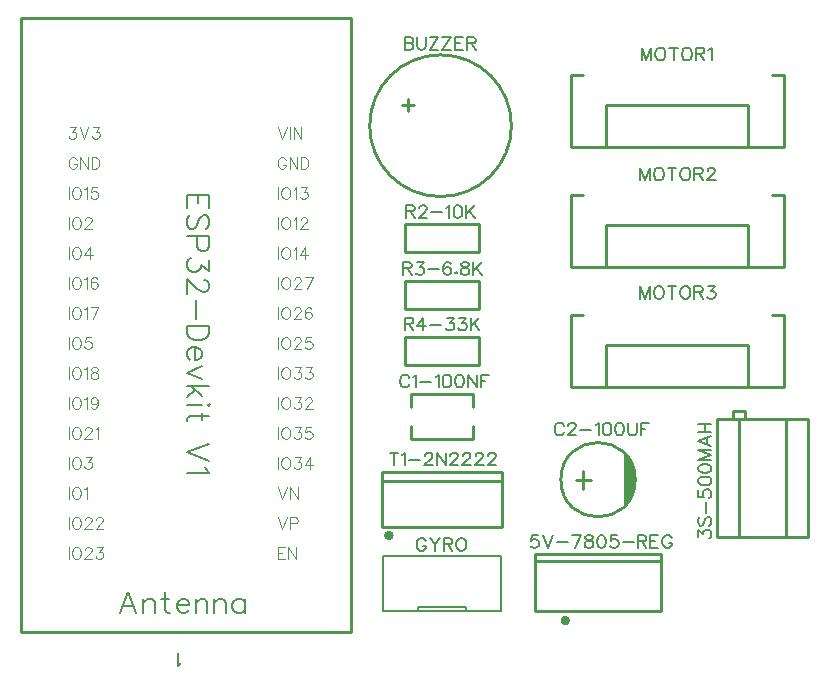
<source format=gto>
G04 Layer: TopSilkscreenLayer*
G04 EasyEDA v6.5.37, 2024-05-09 17:42:45*
G04 b4389e9f867d4d858d6c44b43acf2c5f,de6e78b871f74d9a82e93d7738eb9b3f,10*
G04 Gerber Generator version 0.2*
G04 Scale: 100 percent, Rotated: No, Reflected: No *
G04 Dimensions in millimeters *
G04 leading zeros omitted , absolute positions ,4 integer and 5 decimal *
%FSLAX45Y45*%
%MOMM*%

%ADD10C,0.1524*%
%ADD11C,0.0813*%
%ADD12C,0.1544*%
%ADD13C,0.2540*%
%ADD14C,0.1300*%
%ADD15C,0.4000*%
%ADD16C,0.0176*%

%LPD*%
D10*
X2260600Y5150612D02*
G01*
X2250186Y5145278D01*
X2234691Y5129784D01*
X2234691Y5238750D01*
D11*
X1316799Y9690087D02*
G01*
X1367599Y9690087D01*
X1339913Y9653257D01*
X1353883Y9653257D01*
X1363027Y9648685D01*
X1367599Y9643859D01*
X1372171Y9630143D01*
X1372171Y9620999D01*
X1367599Y9607029D01*
X1358455Y9597885D01*
X1344485Y9593059D01*
X1330769Y9593059D01*
X1316799Y9597885D01*
X1312227Y9602457D01*
X1307655Y9611601D01*
X1402651Y9690087D02*
G01*
X1439735Y9593059D01*
X1476565Y9690087D02*
G01*
X1439735Y9593059D01*
X1516443Y9690087D02*
G01*
X1567243Y9690087D01*
X1539557Y9653257D01*
X1553273Y9653257D01*
X1562671Y9648685D01*
X1567243Y9643859D01*
X1571815Y9630143D01*
X1571815Y9620999D01*
X1567243Y9607029D01*
X1557845Y9597885D01*
X1544129Y9593059D01*
X1530159Y9593059D01*
X1516443Y9597885D01*
X1511871Y9602457D01*
X1507045Y9611601D01*
X1376997Y9412973D02*
G01*
X1372171Y9422371D01*
X1363027Y9431515D01*
X1353883Y9436087D01*
X1335341Y9436087D01*
X1326197Y9431515D01*
X1316799Y9422371D01*
X1312227Y9412973D01*
X1307655Y9399257D01*
X1307655Y9376143D01*
X1312227Y9362173D01*
X1316799Y9353029D01*
X1326197Y9343885D01*
X1335341Y9339059D01*
X1353883Y9339059D01*
X1363027Y9343885D01*
X1372171Y9353029D01*
X1376997Y9362173D01*
X1376997Y9376143D01*
X1353883Y9376143D02*
G01*
X1376997Y9376143D01*
X1407477Y9436087D02*
G01*
X1407477Y9339059D01*
X1407477Y9436087D02*
G01*
X1471993Y9339059D01*
X1471993Y9436087D02*
G01*
X1471993Y9339059D01*
X1502473Y9436087D02*
G01*
X1502473Y9339059D01*
X1502473Y9436087D02*
G01*
X1534731Y9436087D01*
X1548701Y9431515D01*
X1557845Y9422371D01*
X1562671Y9412973D01*
X1567243Y9399257D01*
X1567243Y9376143D01*
X1562671Y9362173D01*
X1557845Y9353029D01*
X1548701Y9343885D01*
X1534731Y9339059D01*
X1502473Y9339059D01*
X1307655Y9182087D02*
G01*
X1307655Y9085059D01*
X1365821Y9182087D02*
G01*
X1356677Y9177515D01*
X1347279Y9168371D01*
X1342707Y9158973D01*
X1338135Y9145257D01*
X1338135Y9122143D01*
X1342707Y9108173D01*
X1347279Y9099029D01*
X1356677Y9089885D01*
X1365821Y9085059D01*
X1384363Y9085059D01*
X1393507Y9089885D01*
X1402651Y9099029D01*
X1407477Y9108173D01*
X1412049Y9122143D01*
X1412049Y9145257D01*
X1407477Y9158973D01*
X1402651Y9168371D01*
X1393507Y9177515D01*
X1384363Y9182087D01*
X1365821Y9182087D01*
X1442529Y9163799D02*
G01*
X1451673Y9168371D01*
X1465643Y9182087D01*
X1465643Y9085059D01*
X1551495Y9182087D02*
G01*
X1505267Y9182087D01*
X1500695Y9140685D01*
X1505267Y9145257D01*
X1519237Y9149829D01*
X1532953Y9149829D01*
X1546923Y9145257D01*
X1556067Y9135859D01*
X1560639Y9122143D01*
X1560639Y9112999D01*
X1556067Y9099029D01*
X1546923Y9089885D01*
X1532953Y9085059D01*
X1519237Y9085059D01*
X1505267Y9089885D01*
X1500695Y9094457D01*
X1496123Y9103601D01*
X1307655Y8928087D02*
G01*
X1307655Y8831059D01*
X1365821Y8928087D02*
G01*
X1356677Y8923515D01*
X1347279Y8914371D01*
X1342707Y8904973D01*
X1338135Y8891257D01*
X1338135Y8868143D01*
X1342707Y8854173D01*
X1347279Y8845029D01*
X1356677Y8835885D01*
X1365821Y8831059D01*
X1384363Y8831059D01*
X1393507Y8835885D01*
X1402651Y8845029D01*
X1407477Y8854173D01*
X1412049Y8868143D01*
X1412049Y8891257D01*
X1407477Y8904973D01*
X1402651Y8914371D01*
X1393507Y8923515D01*
X1384363Y8928087D01*
X1365821Y8928087D01*
X1447101Y8904973D02*
G01*
X1447101Y8909799D01*
X1451673Y8918943D01*
X1456245Y8923515D01*
X1465643Y8928087D01*
X1483931Y8928087D01*
X1493329Y8923515D01*
X1497901Y8918943D01*
X1502473Y8909799D01*
X1502473Y8900401D01*
X1497901Y8891257D01*
X1488757Y8877287D01*
X1442529Y8831059D01*
X1507045Y8831059D01*
X1307655Y8674087D02*
G01*
X1307655Y8577059D01*
X1365821Y8674087D02*
G01*
X1356677Y8669515D01*
X1347279Y8660371D01*
X1342707Y8650973D01*
X1338135Y8637257D01*
X1338135Y8614143D01*
X1342707Y8600173D01*
X1347279Y8591029D01*
X1356677Y8581885D01*
X1365821Y8577059D01*
X1384363Y8577059D01*
X1393507Y8581885D01*
X1402651Y8591029D01*
X1407477Y8600173D01*
X1412049Y8614143D01*
X1412049Y8637257D01*
X1407477Y8650973D01*
X1402651Y8660371D01*
X1393507Y8669515D01*
X1384363Y8674087D01*
X1365821Y8674087D01*
X1488757Y8674087D02*
G01*
X1442529Y8609571D01*
X1511871Y8609571D01*
X1488757Y8674087D02*
G01*
X1488757Y8577059D01*
X1307655Y8420087D02*
G01*
X1307655Y8323059D01*
X1365821Y8420087D02*
G01*
X1356677Y8415515D01*
X1347279Y8406371D01*
X1342707Y8396973D01*
X1338135Y8383257D01*
X1338135Y8360143D01*
X1342707Y8346173D01*
X1347279Y8337029D01*
X1356677Y8327885D01*
X1365821Y8323059D01*
X1384363Y8323059D01*
X1393507Y8327885D01*
X1402651Y8337029D01*
X1407477Y8346173D01*
X1412049Y8360143D01*
X1412049Y8383257D01*
X1407477Y8396973D01*
X1402651Y8406371D01*
X1393507Y8415515D01*
X1384363Y8420087D01*
X1365821Y8420087D01*
X1442529Y8401799D02*
G01*
X1451673Y8406371D01*
X1465643Y8420087D01*
X1465643Y8323059D01*
X1551495Y8406371D02*
G01*
X1546923Y8415515D01*
X1532953Y8420087D01*
X1523809Y8420087D01*
X1509839Y8415515D01*
X1500695Y8401799D01*
X1496123Y8378685D01*
X1496123Y8355571D01*
X1500695Y8337029D01*
X1509839Y8327885D01*
X1523809Y8323059D01*
X1528381Y8323059D01*
X1542351Y8327885D01*
X1551495Y8337029D01*
X1556067Y8350999D01*
X1556067Y8355571D01*
X1551495Y8369287D01*
X1542351Y8378685D01*
X1528381Y8383257D01*
X1523809Y8383257D01*
X1509839Y8378685D01*
X1500695Y8369287D01*
X1496123Y8355571D01*
X1307655Y8166087D02*
G01*
X1307655Y8069059D01*
X1365821Y8166087D02*
G01*
X1356677Y8161515D01*
X1347279Y8152371D01*
X1342707Y8142973D01*
X1338135Y8129257D01*
X1338135Y8106143D01*
X1342707Y8092173D01*
X1347279Y8083029D01*
X1356677Y8073885D01*
X1365821Y8069059D01*
X1384363Y8069059D01*
X1393507Y8073885D01*
X1402651Y8083029D01*
X1407477Y8092173D01*
X1412049Y8106143D01*
X1412049Y8129257D01*
X1407477Y8142973D01*
X1402651Y8152371D01*
X1393507Y8161515D01*
X1384363Y8166087D01*
X1365821Y8166087D01*
X1442529Y8147799D02*
G01*
X1451673Y8152371D01*
X1465643Y8166087D01*
X1465643Y8069059D01*
X1560639Y8166087D02*
G01*
X1514411Y8069059D01*
X1496123Y8166087D02*
G01*
X1560639Y8166087D01*
X1307655Y7912087D02*
G01*
X1307655Y7815059D01*
X1365821Y7912087D02*
G01*
X1356677Y7907515D01*
X1347279Y7898371D01*
X1342707Y7888973D01*
X1338135Y7875257D01*
X1338135Y7852143D01*
X1342707Y7838173D01*
X1347279Y7829029D01*
X1356677Y7819885D01*
X1365821Y7815059D01*
X1384363Y7815059D01*
X1393507Y7819885D01*
X1402651Y7829029D01*
X1407477Y7838173D01*
X1412049Y7852143D01*
X1412049Y7875257D01*
X1407477Y7888973D01*
X1402651Y7898371D01*
X1393507Y7907515D01*
X1384363Y7912087D01*
X1365821Y7912087D01*
X1497901Y7912087D02*
G01*
X1451673Y7912087D01*
X1447101Y7870685D01*
X1451673Y7875257D01*
X1465643Y7879829D01*
X1479359Y7879829D01*
X1493329Y7875257D01*
X1502473Y7865859D01*
X1507045Y7852143D01*
X1507045Y7842999D01*
X1502473Y7829029D01*
X1493329Y7819885D01*
X1479359Y7815059D01*
X1465643Y7815059D01*
X1451673Y7819885D01*
X1447101Y7824457D01*
X1442529Y7833601D01*
X1307655Y7658087D02*
G01*
X1307655Y7561059D01*
X1365821Y7658087D02*
G01*
X1356677Y7653515D01*
X1347279Y7644371D01*
X1342707Y7634973D01*
X1338135Y7621257D01*
X1338135Y7598143D01*
X1342707Y7584173D01*
X1347279Y7575029D01*
X1356677Y7565885D01*
X1365821Y7561059D01*
X1384363Y7561059D01*
X1393507Y7565885D01*
X1402651Y7575029D01*
X1407477Y7584173D01*
X1412049Y7598143D01*
X1412049Y7621257D01*
X1407477Y7634973D01*
X1402651Y7644371D01*
X1393507Y7653515D01*
X1384363Y7658087D01*
X1365821Y7658087D01*
X1442529Y7639799D02*
G01*
X1451673Y7644371D01*
X1465643Y7658087D01*
X1465643Y7561059D01*
X1519237Y7658087D02*
G01*
X1505267Y7653515D01*
X1500695Y7644371D01*
X1500695Y7634973D01*
X1505267Y7625829D01*
X1514411Y7621257D01*
X1532953Y7616685D01*
X1546923Y7611859D01*
X1556067Y7602715D01*
X1560639Y7593571D01*
X1560639Y7579601D01*
X1556067Y7570457D01*
X1551495Y7565885D01*
X1537525Y7561059D01*
X1519237Y7561059D01*
X1505267Y7565885D01*
X1500695Y7570457D01*
X1496123Y7579601D01*
X1496123Y7593571D01*
X1500695Y7602715D01*
X1509839Y7611859D01*
X1523809Y7616685D01*
X1542351Y7621257D01*
X1551495Y7625829D01*
X1556067Y7634973D01*
X1556067Y7644371D01*
X1551495Y7653515D01*
X1537525Y7658087D01*
X1519237Y7658087D01*
X1307655Y7404087D02*
G01*
X1307655Y7307059D01*
X1365821Y7404087D02*
G01*
X1356677Y7399515D01*
X1347279Y7390371D01*
X1342707Y7380973D01*
X1338135Y7367257D01*
X1338135Y7344143D01*
X1342707Y7330173D01*
X1347279Y7321029D01*
X1356677Y7311885D01*
X1365821Y7307059D01*
X1384363Y7307059D01*
X1393507Y7311885D01*
X1402651Y7321029D01*
X1407477Y7330173D01*
X1412049Y7344143D01*
X1412049Y7367257D01*
X1407477Y7380973D01*
X1402651Y7390371D01*
X1393507Y7399515D01*
X1384363Y7404087D01*
X1365821Y7404087D01*
X1442529Y7385799D02*
G01*
X1451673Y7390371D01*
X1465643Y7404087D01*
X1465643Y7307059D01*
X1556067Y7371829D02*
G01*
X1551495Y7357859D01*
X1542351Y7348715D01*
X1528381Y7344143D01*
X1523809Y7344143D01*
X1509839Y7348715D01*
X1500695Y7357859D01*
X1496123Y7371829D01*
X1496123Y7376401D01*
X1500695Y7390371D01*
X1509839Y7399515D01*
X1523809Y7404087D01*
X1528381Y7404087D01*
X1542351Y7399515D01*
X1551495Y7390371D01*
X1556067Y7371829D01*
X1556067Y7348715D01*
X1551495Y7325601D01*
X1542351Y7311885D01*
X1528381Y7307059D01*
X1519237Y7307059D01*
X1505267Y7311885D01*
X1500695Y7321029D01*
X1307655Y7150087D02*
G01*
X1307655Y7053059D01*
X1365821Y7150087D02*
G01*
X1356677Y7145515D01*
X1347279Y7136371D01*
X1342707Y7126973D01*
X1338135Y7113257D01*
X1338135Y7090143D01*
X1342707Y7076173D01*
X1347279Y7067029D01*
X1356677Y7057885D01*
X1365821Y7053059D01*
X1384363Y7053059D01*
X1393507Y7057885D01*
X1402651Y7067029D01*
X1407477Y7076173D01*
X1412049Y7090143D01*
X1412049Y7113257D01*
X1407477Y7126973D01*
X1402651Y7136371D01*
X1393507Y7145515D01*
X1384363Y7150087D01*
X1365821Y7150087D01*
X1447101Y7126973D02*
G01*
X1447101Y7131799D01*
X1451673Y7140943D01*
X1456245Y7145515D01*
X1465643Y7150087D01*
X1483931Y7150087D01*
X1493329Y7145515D01*
X1497901Y7140943D01*
X1502473Y7131799D01*
X1502473Y7122401D01*
X1497901Y7113257D01*
X1488757Y7099287D01*
X1442529Y7053059D01*
X1507045Y7053059D01*
X1537525Y7131799D02*
G01*
X1546923Y7136371D01*
X1560639Y7150087D01*
X1560639Y7053059D01*
X1307655Y6896087D02*
G01*
X1307655Y6799059D01*
X1365821Y6896087D02*
G01*
X1356677Y6891515D01*
X1347279Y6882371D01*
X1342707Y6872973D01*
X1338135Y6859257D01*
X1338135Y6836143D01*
X1342707Y6822173D01*
X1347279Y6813029D01*
X1356677Y6803885D01*
X1365821Y6799059D01*
X1384363Y6799059D01*
X1393507Y6803885D01*
X1402651Y6813029D01*
X1407477Y6822173D01*
X1412049Y6836143D01*
X1412049Y6859257D01*
X1407477Y6872973D01*
X1402651Y6882371D01*
X1393507Y6891515D01*
X1384363Y6896087D01*
X1365821Y6896087D01*
X1451673Y6896087D02*
G01*
X1502473Y6896087D01*
X1474787Y6859257D01*
X1488757Y6859257D01*
X1497901Y6854685D01*
X1502473Y6849859D01*
X1507045Y6836143D01*
X1507045Y6826999D01*
X1502473Y6813029D01*
X1493329Y6803885D01*
X1479359Y6799059D01*
X1465643Y6799059D01*
X1451673Y6803885D01*
X1447101Y6808457D01*
X1442529Y6817601D01*
X1307655Y6642087D02*
G01*
X1307655Y6545059D01*
X1365821Y6642087D02*
G01*
X1356677Y6637515D01*
X1347279Y6628371D01*
X1342707Y6618973D01*
X1338135Y6605257D01*
X1338135Y6582143D01*
X1342707Y6568173D01*
X1347279Y6559029D01*
X1356677Y6549885D01*
X1365821Y6545059D01*
X1384363Y6545059D01*
X1393507Y6549885D01*
X1402651Y6559029D01*
X1407477Y6568173D01*
X1412049Y6582143D01*
X1412049Y6605257D01*
X1407477Y6618973D01*
X1402651Y6628371D01*
X1393507Y6637515D01*
X1384363Y6642087D01*
X1365821Y6642087D01*
X1442529Y6623799D02*
G01*
X1451673Y6628371D01*
X1465643Y6642087D01*
X1465643Y6545059D01*
X1307655Y6388087D02*
G01*
X1307655Y6291059D01*
X1365821Y6388087D02*
G01*
X1356677Y6383515D01*
X1347279Y6374371D01*
X1342707Y6364973D01*
X1338135Y6351257D01*
X1338135Y6328143D01*
X1342707Y6314173D01*
X1347279Y6305029D01*
X1356677Y6295885D01*
X1365821Y6291059D01*
X1384363Y6291059D01*
X1393507Y6295885D01*
X1402651Y6305029D01*
X1407477Y6314173D01*
X1412049Y6328143D01*
X1412049Y6351257D01*
X1407477Y6364973D01*
X1402651Y6374371D01*
X1393507Y6383515D01*
X1384363Y6388087D01*
X1365821Y6388087D01*
X1447101Y6364973D02*
G01*
X1447101Y6369799D01*
X1451673Y6378943D01*
X1456245Y6383515D01*
X1465643Y6388087D01*
X1483931Y6388087D01*
X1493329Y6383515D01*
X1497901Y6378943D01*
X1502473Y6369799D01*
X1502473Y6360401D01*
X1497901Y6351257D01*
X1488757Y6337287D01*
X1442529Y6291059D01*
X1507045Y6291059D01*
X1542351Y6364973D02*
G01*
X1542351Y6369799D01*
X1546923Y6378943D01*
X1551495Y6383515D01*
X1560639Y6388087D01*
X1579181Y6388087D01*
X1588325Y6383515D01*
X1593151Y6378943D01*
X1597723Y6369799D01*
X1597723Y6360401D01*
X1593151Y6351257D01*
X1583753Y6337287D01*
X1537525Y6291059D01*
X1602295Y6291059D01*
X1307655Y6134087D02*
G01*
X1307655Y6037059D01*
X1365821Y6134087D02*
G01*
X1356677Y6129515D01*
X1347279Y6120371D01*
X1342707Y6110973D01*
X1338135Y6097257D01*
X1338135Y6074143D01*
X1342707Y6060173D01*
X1347279Y6051029D01*
X1356677Y6041885D01*
X1365821Y6037059D01*
X1384363Y6037059D01*
X1393507Y6041885D01*
X1402651Y6051029D01*
X1407477Y6060173D01*
X1412049Y6074143D01*
X1412049Y6097257D01*
X1407477Y6110973D01*
X1402651Y6120371D01*
X1393507Y6129515D01*
X1384363Y6134087D01*
X1365821Y6134087D01*
X1447101Y6110973D02*
G01*
X1447101Y6115799D01*
X1451673Y6124943D01*
X1456245Y6129515D01*
X1465643Y6134087D01*
X1483931Y6134087D01*
X1493329Y6129515D01*
X1497901Y6124943D01*
X1502473Y6115799D01*
X1502473Y6106401D01*
X1497901Y6097257D01*
X1488757Y6083287D01*
X1442529Y6037059D01*
X1507045Y6037059D01*
X1546923Y6134087D02*
G01*
X1597723Y6134087D01*
X1570037Y6097257D01*
X1583753Y6097257D01*
X1593151Y6092685D01*
X1597723Y6087859D01*
X1602295Y6074143D01*
X1602295Y6064999D01*
X1597723Y6051029D01*
X1588325Y6041885D01*
X1574609Y6037059D01*
X1560639Y6037059D01*
X1546923Y6041885D01*
X1542351Y6046457D01*
X1537525Y6055601D01*
X3079661Y9688258D02*
G01*
X3116491Y9591230D01*
X3153575Y9688258D02*
G01*
X3116491Y9591230D01*
X3184055Y9688258D02*
G01*
X3184055Y9591230D01*
X3214535Y9688258D02*
G01*
X3214535Y9591230D01*
X3214535Y9688258D02*
G01*
X3279051Y9591230D01*
X3279051Y9688258D02*
G01*
X3279051Y9591230D01*
X3149003Y9411144D02*
G01*
X3144177Y9420288D01*
X3135033Y9429432D01*
X3125889Y9434258D01*
X3107347Y9434258D01*
X3098203Y9429432D01*
X3088805Y9420288D01*
X3084233Y9411144D01*
X3079661Y9397174D01*
X3079661Y9374060D01*
X3084233Y9360344D01*
X3088805Y9350946D01*
X3098203Y9341802D01*
X3107347Y9337230D01*
X3125889Y9337230D01*
X3135033Y9341802D01*
X3144177Y9350946D01*
X3149003Y9360344D01*
X3149003Y9374060D01*
X3125889Y9374060D02*
G01*
X3149003Y9374060D01*
X3179483Y9434258D02*
G01*
X3179483Y9337230D01*
X3179483Y9434258D02*
G01*
X3243999Y9337230D01*
X3243999Y9434258D02*
G01*
X3243999Y9337230D01*
X3274479Y9434258D02*
G01*
X3274479Y9337230D01*
X3274479Y9434258D02*
G01*
X3306737Y9434258D01*
X3320707Y9429432D01*
X3329851Y9420288D01*
X3334423Y9411144D01*
X3339249Y9397174D01*
X3339249Y9374060D01*
X3334423Y9360344D01*
X3329851Y9350946D01*
X3320707Y9341802D01*
X3306737Y9337230D01*
X3274479Y9337230D01*
X3079661Y9180258D02*
G01*
X3079661Y9083230D01*
X3137827Y9180258D02*
G01*
X3128683Y9175432D01*
X3119285Y9166288D01*
X3114713Y9157144D01*
X3110141Y9143174D01*
X3110141Y9120060D01*
X3114713Y9106344D01*
X3119285Y9096946D01*
X3128683Y9087802D01*
X3137827Y9083230D01*
X3156369Y9083230D01*
X3165513Y9087802D01*
X3174657Y9096946D01*
X3179483Y9106344D01*
X3184055Y9120060D01*
X3184055Y9143174D01*
X3179483Y9157144D01*
X3174657Y9166288D01*
X3165513Y9175432D01*
X3156369Y9180258D01*
X3137827Y9180258D01*
X3214535Y9161716D02*
G01*
X3223679Y9166288D01*
X3237649Y9180258D01*
X3237649Y9083230D01*
X3277273Y9180258D02*
G01*
X3328073Y9180258D01*
X3300387Y9143174D01*
X3314103Y9143174D01*
X3323501Y9138602D01*
X3328073Y9134030D01*
X3332645Y9120060D01*
X3332645Y9110916D01*
X3328073Y9096946D01*
X3318929Y9087802D01*
X3304959Y9083230D01*
X3291243Y9083230D01*
X3277273Y9087802D01*
X3272701Y9092374D01*
X3268129Y9101518D01*
X3079661Y8926258D02*
G01*
X3079661Y8829230D01*
X3137827Y8926258D02*
G01*
X3128683Y8921432D01*
X3119285Y8912288D01*
X3114713Y8903144D01*
X3110141Y8889174D01*
X3110141Y8866060D01*
X3114713Y8852344D01*
X3119285Y8842946D01*
X3128683Y8833802D01*
X3137827Y8829230D01*
X3156369Y8829230D01*
X3165513Y8833802D01*
X3174657Y8842946D01*
X3179483Y8852344D01*
X3184055Y8866060D01*
X3184055Y8889174D01*
X3179483Y8903144D01*
X3174657Y8912288D01*
X3165513Y8921432D01*
X3156369Y8926258D01*
X3137827Y8926258D01*
X3214535Y8907716D02*
G01*
X3223679Y8912288D01*
X3237649Y8926258D01*
X3237649Y8829230D01*
X3272701Y8903144D02*
G01*
X3272701Y8907716D01*
X3277273Y8916860D01*
X3281845Y8921432D01*
X3291243Y8926258D01*
X3309531Y8926258D01*
X3318929Y8921432D01*
X3323501Y8916860D01*
X3328073Y8907716D01*
X3328073Y8898318D01*
X3323501Y8889174D01*
X3314103Y8875458D01*
X3268129Y8829230D01*
X3332645Y8829230D01*
X3079661Y8672258D02*
G01*
X3079661Y8575230D01*
X3137827Y8672258D02*
G01*
X3128683Y8667432D01*
X3119285Y8658288D01*
X3114713Y8649144D01*
X3110141Y8635174D01*
X3110141Y8612060D01*
X3114713Y8598344D01*
X3119285Y8588946D01*
X3128683Y8579802D01*
X3137827Y8575230D01*
X3156369Y8575230D01*
X3165513Y8579802D01*
X3174657Y8588946D01*
X3179483Y8598344D01*
X3184055Y8612060D01*
X3184055Y8635174D01*
X3179483Y8649144D01*
X3174657Y8658288D01*
X3165513Y8667432D01*
X3156369Y8672258D01*
X3137827Y8672258D01*
X3214535Y8653716D02*
G01*
X3223679Y8658288D01*
X3237649Y8672258D01*
X3237649Y8575230D01*
X3314103Y8672258D02*
G01*
X3268129Y8607488D01*
X3337217Y8607488D01*
X3314103Y8672258D02*
G01*
X3314103Y8575230D01*
X3079661Y8418258D02*
G01*
X3079661Y8321230D01*
X3137827Y8418258D02*
G01*
X3128683Y8413432D01*
X3119285Y8404288D01*
X3114713Y8395144D01*
X3110141Y8381174D01*
X3110141Y8358060D01*
X3114713Y8344344D01*
X3119285Y8334946D01*
X3128683Y8325802D01*
X3137827Y8321230D01*
X3156369Y8321230D01*
X3165513Y8325802D01*
X3174657Y8334946D01*
X3179483Y8344344D01*
X3184055Y8358060D01*
X3184055Y8381174D01*
X3179483Y8395144D01*
X3174657Y8404288D01*
X3165513Y8413432D01*
X3156369Y8418258D01*
X3137827Y8418258D01*
X3219107Y8395144D02*
G01*
X3219107Y8399716D01*
X3223679Y8408860D01*
X3228251Y8413432D01*
X3237649Y8418258D01*
X3255937Y8418258D01*
X3265335Y8413432D01*
X3269907Y8408860D01*
X3274479Y8399716D01*
X3274479Y8390318D01*
X3269907Y8381174D01*
X3260763Y8367458D01*
X3214535Y8321230D01*
X3279051Y8321230D01*
X3374301Y8418258D02*
G01*
X3328073Y8321230D01*
X3309531Y8418258D02*
G01*
X3374301Y8418258D01*
X3079661Y8164258D02*
G01*
X3079661Y8067230D01*
X3137827Y8164258D02*
G01*
X3128683Y8159432D01*
X3119285Y8150288D01*
X3114713Y8141144D01*
X3110141Y8127174D01*
X3110141Y8104060D01*
X3114713Y8090344D01*
X3119285Y8080946D01*
X3128683Y8071802D01*
X3137827Y8067230D01*
X3156369Y8067230D01*
X3165513Y8071802D01*
X3174657Y8080946D01*
X3179483Y8090344D01*
X3184055Y8104060D01*
X3184055Y8127174D01*
X3179483Y8141144D01*
X3174657Y8150288D01*
X3165513Y8159432D01*
X3156369Y8164258D01*
X3137827Y8164258D01*
X3219107Y8141144D02*
G01*
X3219107Y8145716D01*
X3223679Y8154860D01*
X3228251Y8159432D01*
X3237649Y8164258D01*
X3255937Y8164258D01*
X3265335Y8159432D01*
X3269907Y8154860D01*
X3274479Y8145716D01*
X3274479Y8136318D01*
X3269907Y8127174D01*
X3260763Y8113458D01*
X3214535Y8067230D01*
X3279051Y8067230D01*
X3364903Y8150288D02*
G01*
X3360331Y8159432D01*
X3346615Y8164258D01*
X3337217Y8164258D01*
X3323501Y8159432D01*
X3314103Y8145716D01*
X3309531Y8122602D01*
X3309531Y8099488D01*
X3314103Y8080946D01*
X3323501Y8071802D01*
X3337217Y8067230D01*
X3342043Y8067230D01*
X3355759Y8071802D01*
X3364903Y8080946D01*
X3369729Y8094916D01*
X3369729Y8099488D01*
X3364903Y8113458D01*
X3355759Y8122602D01*
X3342043Y8127174D01*
X3337217Y8127174D01*
X3323501Y8122602D01*
X3314103Y8113458D01*
X3309531Y8099488D01*
X3079661Y7910258D02*
G01*
X3079661Y7813230D01*
X3137827Y7910258D02*
G01*
X3128683Y7905432D01*
X3119285Y7896288D01*
X3114713Y7887144D01*
X3110141Y7873174D01*
X3110141Y7850060D01*
X3114713Y7836344D01*
X3119285Y7826946D01*
X3128683Y7817802D01*
X3137827Y7813230D01*
X3156369Y7813230D01*
X3165513Y7817802D01*
X3174657Y7826946D01*
X3179483Y7836344D01*
X3184055Y7850060D01*
X3184055Y7873174D01*
X3179483Y7887144D01*
X3174657Y7896288D01*
X3165513Y7905432D01*
X3156369Y7910258D01*
X3137827Y7910258D01*
X3219107Y7887144D02*
G01*
X3219107Y7891716D01*
X3223679Y7900860D01*
X3228251Y7905432D01*
X3237649Y7910258D01*
X3255937Y7910258D01*
X3265335Y7905432D01*
X3269907Y7900860D01*
X3274479Y7891716D01*
X3274479Y7882318D01*
X3269907Y7873174D01*
X3260763Y7859458D01*
X3214535Y7813230D01*
X3279051Y7813230D01*
X3364903Y7910258D02*
G01*
X3318929Y7910258D01*
X3314103Y7868602D01*
X3318929Y7873174D01*
X3332645Y7877746D01*
X3346615Y7877746D01*
X3360331Y7873174D01*
X3369729Y7864030D01*
X3374301Y7850060D01*
X3374301Y7840916D01*
X3369729Y7826946D01*
X3360331Y7817802D01*
X3346615Y7813230D01*
X3332645Y7813230D01*
X3318929Y7817802D01*
X3314103Y7822374D01*
X3309531Y7831518D01*
X3079661Y7656258D02*
G01*
X3079661Y7559230D01*
X3137827Y7656258D02*
G01*
X3128683Y7651432D01*
X3119285Y7642288D01*
X3114713Y7633144D01*
X3110141Y7619174D01*
X3110141Y7596060D01*
X3114713Y7582344D01*
X3119285Y7572946D01*
X3128683Y7563802D01*
X3137827Y7559230D01*
X3156369Y7559230D01*
X3165513Y7563802D01*
X3174657Y7572946D01*
X3179483Y7582344D01*
X3184055Y7596060D01*
X3184055Y7619174D01*
X3179483Y7633144D01*
X3174657Y7642288D01*
X3165513Y7651432D01*
X3156369Y7656258D01*
X3137827Y7656258D01*
X3223679Y7656258D02*
G01*
X3274479Y7656258D01*
X3246793Y7619174D01*
X3260763Y7619174D01*
X3269907Y7614602D01*
X3274479Y7610030D01*
X3279051Y7596060D01*
X3279051Y7586916D01*
X3274479Y7572946D01*
X3265335Y7563802D01*
X3251365Y7559230D01*
X3237649Y7559230D01*
X3223679Y7563802D01*
X3219107Y7568374D01*
X3214535Y7577518D01*
X3318929Y7656258D02*
G01*
X3369729Y7656258D01*
X3342043Y7619174D01*
X3355759Y7619174D01*
X3364903Y7614602D01*
X3369729Y7610030D01*
X3374301Y7596060D01*
X3374301Y7586916D01*
X3369729Y7572946D01*
X3360331Y7563802D01*
X3346615Y7559230D01*
X3332645Y7559230D01*
X3318929Y7563802D01*
X3314103Y7568374D01*
X3309531Y7577518D01*
X3079661Y7402258D02*
G01*
X3079661Y7305230D01*
X3137827Y7402258D02*
G01*
X3128683Y7397432D01*
X3119285Y7388288D01*
X3114713Y7379144D01*
X3110141Y7365174D01*
X3110141Y7342060D01*
X3114713Y7328344D01*
X3119285Y7318946D01*
X3128683Y7309802D01*
X3137827Y7305230D01*
X3156369Y7305230D01*
X3165513Y7309802D01*
X3174657Y7318946D01*
X3179483Y7328344D01*
X3184055Y7342060D01*
X3184055Y7365174D01*
X3179483Y7379144D01*
X3174657Y7388288D01*
X3165513Y7397432D01*
X3156369Y7402258D01*
X3137827Y7402258D01*
X3223679Y7402258D02*
G01*
X3274479Y7402258D01*
X3246793Y7365174D01*
X3260763Y7365174D01*
X3269907Y7360602D01*
X3274479Y7356030D01*
X3279051Y7342060D01*
X3279051Y7332916D01*
X3274479Y7318946D01*
X3265335Y7309802D01*
X3251365Y7305230D01*
X3237649Y7305230D01*
X3223679Y7309802D01*
X3219107Y7314374D01*
X3214535Y7323518D01*
X3314103Y7379144D02*
G01*
X3314103Y7383716D01*
X3318929Y7392860D01*
X3323501Y7397432D01*
X3332645Y7402258D01*
X3351187Y7402258D01*
X3360331Y7397432D01*
X3364903Y7392860D01*
X3369729Y7383716D01*
X3369729Y7374318D01*
X3364903Y7365174D01*
X3355759Y7351458D01*
X3309531Y7305230D01*
X3374301Y7305230D01*
X3079661Y7148258D02*
G01*
X3079661Y7051230D01*
X3137827Y7148258D02*
G01*
X3128683Y7143432D01*
X3119285Y7134288D01*
X3114713Y7125144D01*
X3110141Y7111174D01*
X3110141Y7088060D01*
X3114713Y7074344D01*
X3119285Y7064946D01*
X3128683Y7055802D01*
X3137827Y7051230D01*
X3156369Y7051230D01*
X3165513Y7055802D01*
X3174657Y7064946D01*
X3179483Y7074344D01*
X3184055Y7088060D01*
X3184055Y7111174D01*
X3179483Y7125144D01*
X3174657Y7134288D01*
X3165513Y7143432D01*
X3156369Y7148258D01*
X3137827Y7148258D01*
X3223679Y7148258D02*
G01*
X3274479Y7148258D01*
X3246793Y7111174D01*
X3260763Y7111174D01*
X3269907Y7106602D01*
X3274479Y7102030D01*
X3279051Y7088060D01*
X3279051Y7078916D01*
X3274479Y7064946D01*
X3265335Y7055802D01*
X3251365Y7051230D01*
X3237649Y7051230D01*
X3223679Y7055802D01*
X3219107Y7060374D01*
X3214535Y7069518D01*
X3364903Y7148258D02*
G01*
X3318929Y7148258D01*
X3314103Y7106602D01*
X3318929Y7111174D01*
X3332645Y7115746D01*
X3346615Y7115746D01*
X3360331Y7111174D01*
X3369729Y7102030D01*
X3374301Y7088060D01*
X3374301Y7078916D01*
X3369729Y7064946D01*
X3360331Y7055802D01*
X3346615Y7051230D01*
X3332645Y7051230D01*
X3318929Y7055802D01*
X3314103Y7060374D01*
X3309531Y7069518D01*
X3079661Y6894258D02*
G01*
X3079661Y6797230D01*
X3137827Y6894258D02*
G01*
X3128683Y6889432D01*
X3119285Y6880288D01*
X3114713Y6871144D01*
X3110141Y6857174D01*
X3110141Y6834060D01*
X3114713Y6820344D01*
X3119285Y6810946D01*
X3128683Y6801802D01*
X3137827Y6797230D01*
X3156369Y6797230D01*
X3165513Y6801802D01*
X3174657Y6810946D01*
X3179483Y6820344D01*
X3184055Y6834060D01*
X3184055Y6857174D01*
X3179483Y6871144D01*
X3174657Y6880288D01*
X3165513Y6889432D01*
X3156369Y6894258D01*
X3137827Y6894258D01*
X3223679Y6894258D02*
G01*
X3274479Y6894258D01*
X3246793Y6857174D01*
X3260763Y6857174D01*
X3269907Y6852602D01*
X3274479Y6848030D01*
X3279051Y6834060D01*
X3279051Y6824916D01*
X3274479Y6810946D01*
X3265335Y6801802D01*
X3251365Y6797230D01*
X3237649Y6797230D01*
X3223679Y6801802D01*
X3219107Y6806374D01*
X3214535Y6815518D01*
X3355759Y6894258D02*
G01*
X3309531Y6829488D01*
X3378873Y6829488D01*
X3355759Y6894258D02*
G01*
X3355759Y6797230D01*
X3079661Y6640258D02*
G01*
X3116491Y6543230D01*
X3153575Y6640258D02*
G01*
X3116491Y6543230D01*
X3184055Y6640258D02*
G01*
X3184055Y6543230D01*
X3184055Y6640258D02*
G01*
X3248571Y6543230D01*
X3248571Y6640258D02*
G01*
X3248571Y6543230D01*
X3079661Y6386258D02*
G01*
X3116491Y6289230D01*
X3153575Y6386258D02*
G01*
X3116491Y6289230D01*
X3184055Y6386258D02*
G01*
X3184055Y6289230D01*
X3184055Y6386258D02*
G01*
X3225457Y6386258D01*
X3239427Y6381432D01*
X3243999Y6376860D01*
X3248571Y6367716D01*
X3248571Y6353746D01*
X3243999Y6344602D01*
X3239427Y6340030D01*
X3225457Y6335458D01*
X3184055Y6335458D01*
X3079661Y6132258D02*
G01*
X3079661Y6035230D01*
X3079661Y6132258D02*
G01*
X3139605Y6132258D01*
X3079661Y6086030D02*
G01*
X3116491Y6086030D01*
X3079661Y6035230D02*
G01*
X3139605Y6035230D01*
X3170085Y6132258D02*
G01*
X3170085Y6035230D01*
X3170085Y6132258D02*
G01*
X3234855Y6035230D01*
X3234855Y6132258D02*
G01*
X3234855Y6035230D01*
D12*
X2495435Y9119247D02*
G01*
X2311031Y9119247D01*
X2495435Y9119247D02*
G01*
X2495435Y9005201D01*
X2407551Y9119247D02*
G01*
X2407551Y9049143D01*
X2311031Y9119247D02*
G01*
X2311031Y9005201D01*
X2469019Y8824353D02*
G01*
X2486545Y8841879D01*
X2495435Y8868295D01*
X2495435Y8903347D01*
X2486545Y8929763D01*
X2469019Y8947289D01*
X2451493Y8947289D01*
X2433967Y8938399D01*
X2425331Y8929763D01*
X2416441Y8912237D01*
X2398915Y8859405D01*
X2390025Y8841879D01*
X2381389Y8833243D01*
X2363863Y8824353D01*
X2337447Y8824353D01*
X2319921Y8841879D01*
X2311031Y8868295D01*
X2311031Y8903347D01*
X2319921Y8929763D01*
X2337447Y8947289D01*
X2495435Y8766441D02*
G01*
X2311031Y8766441D01*
X2495435Y8766441D02*
G01*
X2495435Y8687447D01*
X2486545Y8661285D01*
X2477909Y8652395D01*
X2460383Y8643759D01*
X2433967Y8643759D01*
X2416441Y8652395D01*
X2407551Y8661285D01*
X2398915Y8687447D01*
X2398915Y8766441D01*
X2495435Y8568067D02*
G01*
X2495435Y8471547D01*
X2425331Y8524379D01*
X2425331Y8497963D01*
X2416441Y8480437D01*
X2407551Y8471547D01*
X2381389Y8462911D01*
X2363863Y8462911D01*
X2337447Y8471547D01*
X2319921Y8489327D01*
X2311031Y8515489D01*
X2311031Y8541905D01*
X2319921Y8568067D01*
X2328811Y8576957D01*
X2346337Y8585847D01*
X2451493Y8396109D02*
G01*
X2460383Y8396109D01*
X2477909Y8387473D01*
X2486545Y8378583D01*
X2495435Y8361057D01*
X2495435Y8326005D01*
X2486545Y8308479D01*
X2477909Y8299589D01*
X2460383Y8290953D01*
X2442857Y8290953D01*
X2425331Y8299589D01*
X2398915Y8317115D01*
X2311031Y8404999D01*
X2311031Y8282063D01*
X2390025Y8224151D02*
G01*
X2390025Y8066163D01*
X2495435Y8008251D02*
G01*
X2311031Y8008251D01*
X2495435Y8008251D02*
G01*
X2495435Y7947037D01*
X2486545Y7920621D01*
X2469019Y7903095D01*
X2451493Y7894205D01*
X2425331Y7885569D01*
X2381389Y7885569D01*
X2354973Y7894205D01*
X2337447Y7903095D01*
X2319921Y7920621D01*
X2311031Y7947037D01*
X2311031Y8008251D01*
X2381389Y7827657D02*
G01*
X2381389Y7722247D01*
X2398915Y7722247D01*
X2416441Y7731137D01*
X2425331Y7739773D01*
X2433967Y7757299D01*
X2433967Y7783715D01*
X2425331Y7801241D01*
X2407551Y7818767D01*
X2381389Y7827657D01*
X2363863Y7827657D01*
X2337447Y7818767D01*
X2319921Y7801241D01*
X2311031Y7783715D01*
X2311031Y7757299D01*
X2319921Y7739773D01*
X2337447Y7722247D01*
X2433967Y7664335D02*
G01*
X2311031Y7611757D01*
X2433967Y7559179D02*
G01*
X2311031Y7611757D01*
X2495435Y7501267D02*
G01*
X2311031Y7501267D01*
X2433967Y7413383D02*
G01*
X2346337Y7501267D01*
X2381389Y7466215D02*
G01*
X2311031Y7404747D01*
X2495435Y7346835D02*
G01*
X2486545Y7337945D01*
X2495435Y7329309D01*
X2504071Y7337945D01*
X2495435Y7346835D01*
X2433967Y7337945D02*
G01*
X2311031Y7337945D01*
X2495435Y7244981D02*
G01*
X2346337Y7244981D01*
X2319921Y7236091D01*
X2311031Y7218565D01*
X2311031Y7201039D01*
X2433967Y7271397D02*
G01*
X2433967Y7209929D01*
X2495435Y7007999D02*
G01*
X2311031Y6937895D01*
X2495435Y6867791D02*
G01*
X2311031Y6937895D01*
X2460383Y6809879D02*
G01*
X2469019Y6792099D01*
X2495435Y6765937D01*
X2311031Y6765937D01*
X1811921Y5758040D02*
G01*
X1741817Y5573636D01*
X1811921Y5758040D02*
G01*
X1882279Y5573636D01*
X1768233Y5635104D02*
G01*
X1855863Y5635104D01*
X1940191Y5696572D02*
G01*
X1940191Y5573636D01*
X1940191Y5661520D02*
G01*
X1966353Y5687936D01*
X1983879Y5696572D01*
X2010295Y5696572D01*
X2027821Y5687936D01*
X2036711Y5661520D01*
X2036711Y5573636D01*
X2120785Y5758040D02*
G01*
X2120785Y5608942D01*
X2129675Y5582526D01*
X2147201Y5573636D01*
X2164727Y5573636D01*
X2094623Y5696572D02*
G01*
X2156091Y5696572D01*
X2222639Y5643994D02*
G01*
X2328049Y5643994D01*
X2328049Y5661520D01*
X2319159Y5679046D01*
X2310523Y5687936D01*
X2292743Y5696572D01*
X2266581Y5696572D01*
X2249055Y5687936D01*
X2231529Y5670156D01*
X2222639Y5643994D01*
X2222639Y5626468D01*
X2231529Y5600052D01*
X2249055Y5582526D01*
X2266581Y5573636D01*
X2292743Y5573636D01*
X2310523Y5582526D01*
X2328049Y5600052D01*
X2385961Y5696572D02*
G01*
X2385961Y5573636D01*
X2385961Y5661520D02*
G01*
X2412123Y5687936D01*
X2429649Y5696572D01*
X2456065Y5696572D01*
X2473591Y5687936D01*
X2482481Y5661520D01*
X2482481Y5573636D01*
X2540393Y5696572D02*
G01*
X2540393Y5573636D01*
X2540393Y5661520D02*
G01*
X2566555Y5687936D01*
X2584081Y5696572D01*
X2610497Y5696572D01*
X2628023Y5687936D01*
X2636913Y5661520D01*
X2636913Y5573636D01*
X2799981Y5696572D02*
G01*
X2799981Y5573636D01*
X2799981Y5670156D02*
G01*
X2782455Y5687936D01*
X2764929Y5696572D01*
X2738513Y5696572D01*
X2720987Y5687936D01*
X2703461Y5670156D01*
X2694825Y5643994D01*
X2694825Y5626468D01*
X2703461Y5600052D01*
X2720987Y5582526D01*
X2738513Y5573636D01*
X2764929Y5573636D01*
X2782455Y5582526D01*
X2799981Y5600052D01*
D10*
X6641084Y6220713D02*
G01*
X6641084Y6277863D01*
X6682740Y6246621D01*
X6682740Y6262370D01*
X6687820Y6272529D01*
X6692900Y6277863D01*
X6708647Y6282944D01*
X6719061Y6282944D01*
X6734556Y6277863D01*
X6744970Y6267450D01*
X6750050Y6251955D01*
X6750050Y6236207D01*
X6744970Y6220713D01*
X6739890Y6215379D01*
X6729475Y6210300D01*
X6656577Y6390131D02*
G01*
X6646163Y6379718D01*
X6641084Y6363970D01*
X6641084Y6343395D01*
X6646163Y6327647D01*
X6656577Y6317234D01*
X6666991Y6317234D01*
X6677406Y6322568D01*
X6682740Y6327647D01*
X6687820Y6338062D01*
X6698234Y6369304D01*
X6703313Y6379718D01*
X6708647Y6384797D01*
X6719061Y6390131D01*
X6734556Y6390131D01*
X6744970Y6379718D01*
X6750050Y6363970D01*
X6750050Y6343395D01*
X6744970Y6327647D01*
X6734556Y6317234D01*
X6703313Y6424421D02*
G01*
X6703313Y6517894D01*
X6641084Y6614413D02*
G01*
X6641084Y6562597D01*
X6687820Y6557263D01*
X6682740Y6562597D01*
X6677406Y6578092D01*
X6677406Y6593839D01*
X6682740Y6609334D01*
X6692900Y6619747D01*
X6708647Y6624828D01*
X6719061Y6624828D01*
X6734556Y6619747D01*
X6744970Y6609334D01*
X6750050Y6593839D01*
X6750050Y6578092D01*
X6744970Y6562597D01*
X6739890Y6557263D01*
X6729475Y6552184D01*
X6641084Y6690360D02*
G01*
X6646163Y6674865D01*
X6661911Y6664452D01*
X6687820Y6659118D01*
X6703313Y6659118D01*
X6729475Y6664452D01*
X6744970Y6674865D01*
X6750050Y6690360D01*
X6750050Y6700773D01*
X6744970Y6716268D01*
X6729475Y6726681D01*
X6703313Y6732015D01*
X6687820Y6732015D01*
X6661911Y6726681D01*
X6646163Y6716268D01*
X6641084Y6700773D01*
X6641084Y6690360D01*
X6641084Y6797294D02*
G01*
X6646163Y6781800D01*
X6661911Y6771386D01*
X6687820Y6766305D01*
X6703313Y6766305D01*
X6729475Y6771386D01*
X6744970Y6781800D01*
X6750050Y6797294D01*
X6750050Y6807708D01*
X6744970Y6823455D01*
X6729475Y6833870D01*
X6703313Y6838950D01*
X6687820Y6838950D01*
X6661911Y6833870D01*
X6646163Y6823455D01*
X6641084Y6807708D01*
X6641084Y6797294D01*
X6641084Y6873239D02*
G01*
X6750050Y6873239D01*
X6641084Y6873239D02*
G01*
X6750050Y6914895D01*
X6641084Y6956297D02*
G01*
X6750050Y6914895D01*
X6641084Y6956297D02*
G01*
X6750050Y6956297D01*
X6641084Y7032244D02*
G01*
X6750050Y6990587D01*
X6641084Y7032244D02*
G01*
X6750050Y7073900D01*
X6713727Y7006336D02*
G01*
X6713727Y7058152D01*
X6641084Y7108189D02*
G01*
X6750050Y7108189D01*
X6641084Y7180834D02*
G01*
X6750050Y7180834D01*
X6692900Y7108189D02*
G01*
X6692900Y7180834D01*
X5281929Y6236715D02*
G01*
X5230113Y6236715D01*
X5224779Y6189979D01*
X5230113Y6195060D01*
X5245608Y6200394D01*
X5261356Y6200394D01*
X5276850Y6195060D01*
X5287263Y6184900D01*
X5292343Y6169152D01*
X5292343Y6158737D01*
X5287263Y6143244D01*
X5276850Y6132829D01*
X5261356Y6127750D01*
X5245608Y6127750D01*
X5230113Y6132829D01*
X5224779Y6137910D01*
X5219700Y6148323D01*
X5326634Y6236715D02*
G01*
X5368290Y6127750D01*
X5409945Y6236715D02*
G01*
X5368290Y6127750D01*
X5444236Y6174486D02*
G01*
X5537708Y6174486D01*
X5644641Y6236715D02*
G01*
X5592825Y6127750D01*
X5571997Y6236715D02*
G01*
X5644641Y6236715D01*
X5704840Y6236715D02*
G01*
X5689345Y6231636D01*
X5684265Y6221221D01*
X5684265Y6210807D01*
X5689345Y6200394D01*
X5699759Y6195060D01*
X5720588Y6189979D01*
X5736081Y6184900D01*
X5746495Y6174486D01*
X5751829Y6164071D01*
X5751829Y6148323D01*
X5746495Y6137910D01*
X5741415Y6132829D01*
X5725668Y6127750D01*
X5704840Y6127750D01*
X5689345Y6132829D01*
X5684265Y6137910D01*
X5678931Y6148323D01*
X5678931Y6164071D01*
X5684265Y6174486D01*
X5694679Y6184900D01*
X5710174Y6189979D01*
X5731002Y6195060D01*
X5741415Y6200394D01*
X5746495Y6210807D01*
X5746495Y6221221D01*
X5741415Y6231636D01*
X5725668Y6236715D01*
X5704840Y6236715D01*
X5817108Y6236715D02*
G01*
X5801613Y6231636D01*
X5791200Y6215887D01*
X5786120Y6189979D01*
X5786120Y6174486D01*
X5791200Y6148323D01*
X5801613Y6132829D01*
X5817108Y6127750D01*
X5827522Y6127750D01*
X5843270Y6132829D01*
X5853429Y6148323D01*
X5858763Y6174486D01*
X5858763Y6189979D01*
X5853429Y6215887D01*
X5843270Y6231636D01*
X5827522Y6236715D01*
X5817108Y6236715D01*
X5955284Y6236715D02*
G01*
X5903468Y6236715D01*
X5898134Y6189979D01*
X5903468Y6195060D01*
X5918961Y6200394D01*
X5934709Y6200394D01*
X5950204Y6195060D01*
X5960618Y6184900D01*
X5965697Y6169152D01*
X5965697Y6158737D01*
X5960618Y6143244D01*
X5950204Y6132829D01*
X5934709Y6127750D01*
X5918961Y6127750D01*
X5903468Y6132829D01*
X5898134Y6137910D01*
X5893054Y6148323D01*
X5999988Y6174486D02*
G01*
X6093459Y6174486D01*
X6127750Y6236715D02*
G01*
X6127750Y6127750D01*
X6127750Y6236715D02*
G01*
X6174740Y6236715D01*
X6190234Y6231636D01*
X6195313Y6226302D01*
X6200647Y6215887D01*
X6200647Y6205473D01*
X6195313Y6195060D01*
X6190234Y6189979D01*
X6174740Y6184900D01*
X6127750Y6184900D01*
X6164325Y6184900D02*
G01*
X6200647Y6127750D01*
X6234938Y6236715D02*
G01*
X6234938Y6127750D01*
X6234938Y6236715D02*
G01*
X6302502Y6236715D01*
X6234938Y6184900D02*
G01*
X6276340Y6184900D01*
X6234938Y6127750D02*
G01*
X6302502Y6127750D01*
X6414770Y6210807D02*
G01*
X6409436Y6221221D01*
X6399022Y6231636D01*
X6388608Y6236715D01*
X6367779Y6236715D01*
X6357620Y6231636D01*
X6347206Y6221221D01*
X6341872Y6210807D01*
X6336791Y6195060D01*
X6336791Y6169152D01*
X6341872Y6153657D01*
X6347206Y6143244D01*
X6357620Y6132829D01*
X6367779Y6127750D01*
X6388608Y6127750D01*
X6399022Y6132829D01*
X6409436Y6143244D01*
X6414770Y6153657D01*
X6414770Y6169152D01*
X6388608Y6169152D02*
G01*
X6414770Y6169152D01*
X4152900Y10453115D02*
G01*
X4152900Y10344150D01*
X4152900Y10453115D02*
G01*
X4199636Y10453115D01*
X4215129Y10448036D01*
X4220463Y10442702D01*
X4225543Y10432287D01*
X4225543Y10421874D01*
X4220463Y10411460D01*
X4215129Y10406379D01*
X4199636Y10401300D01*
X4152900Y10401300D02*
G01*
X4199636Y10401300D01*
X4215129Y10395965D01*
X4220463Y10390886D01*
X4225543Y10380471D01*
X4225543Y10364724D01*
X4220463Y10354310D01*
X4215129Y10349229D01*
X4199636Y10344150D01*
X4152900Y10344150D01*
X4259834Y10453115D02*
G01*
X4259834Y10375137D01*
X4265168Y10359644D01*
X4275581Y10349229D01*
X4291075Y10344150D01*
X4301490Y10344150D01*
X4316984Y10349229D01*
X4327397Y10359644D01*
X4332731Y10375137D01*
X4332731Y10453115D01*
X4439665Y10453115D02*
G01*
X4367022Y10344150D01*
X4367022Y10453115D02*
G01*
X4439665Y10453115D01*
X4367022Y10344150D02*
G01*
X4439665Y10344150D01*
X4546600Y10453115D02*
G01*
X4473956Y10344150D01*
X4473956Y10453115D02*
G01*
X4546600Y10453115D01*
X4473956Y10344150D02*
G01*
X4546600Y10344150D01*
X4580890Y10453115D02*
G01*
X4580890Y10344150D01*
X4580890Y10453115D02*
G01*
X4648454Y10453115D01*
X4580890Y10401300D02*
G01*
X4622545Y10401300D01*
X4580890Y10344150D02*
G01*
X4648454Y10344150D01*
X4682743Y10453115D02*
G01*
X4682743Y10344150D01*
X4682743Y10453115D02*
G01*
X4729479Y10453115D01*
X4745227Y10448036D01*
X4750308Y10442702D01*
X4755641Y10432287D01*
X4755641Y10421874D01*
X4750308Y10411460D01*
X4745227Y10406379D01*
X4729479Y10401300D01*
X4682743Y10401300D01*
X4719320Y10401300D02*
G01*
X4755641Y10344150D01*
X4192777Y7569708D02*
G01*
X4187443Y7580121D01*
X4177029Y7590536D01*
X4166870Y7595615D01*
X4146041Y7595615D01*
X4135627Y7590536D01*
X4125213Y7580121D01*
X4119879Y7569708D01*
X4114800Y7553960D01*
X4114800Y7528052D01*
X4119879Y7512558D01*
X4125213Y7502144D01*
X4135627Y7491729D01*
X4146041Y7486650D01*
X4166870Y7486650D01*
X4177029Y7491729D01*
X4187443Y7502144D01*
X4192777Y7512558D01*
X4227068Y7574787D02*
G01*
X4237481Y7580121D01*
X4252975Y7595615D01*
X4252975Y7486650D01*
X4287265Y7533386D02*
G01*
X4380738Y7533386D01*
X4415027Y7574787D02*
G01*
X4425441Y7580121D01*
X4441190Y7595615D01*
X4441190Y7486650D01*
X4506468Y7595615D02*
G01*
X4490974Y7590536D01*
X4480559Y7574787D01*
X4475479Y7548879D01*
X4475479Y7533386D01*
X4480559Y7507223D01*
X4490974Y7491729D01*
X4506468Y7486650D01*
X4516881Y7486650D01*
X4532629Y7491729D01*
X4542790Y7507223D01*
X4548124Y7533386D01*
X4548124Y7548879D01*
X4542790Y7574787D01*
X4532629Y7590536D01*
X4516881Y7595615D01*
X4506468Y7595615D01*
X4613656Y7595615D02*
G01*
X4597908Y7590536D01*
X4587493Y7574787D01*
X4582413Y7548879D01*
X4582413Y7533386D01*
X4587493Y7507223D01*
X4597908Y7491729D01*
X4613656Y7486650D01*
X4624070Y7486650D01*
X4639563Y7491729D01*
X4649977Y7507223D01*
X4655058Y7533386D01*
X4655058Y7548879D01*
X4649977Y7574787D01*
X4639563Y7590536D01*
X4624070Y7595615D01*
X4613656Y7595615D01*
X4689347Y7595615D02*
G01*
X4689347Y7486650D01*
X4689347Y7595615D02*
G01*
X4762245Y7486650D01*
X4762245Y7595615D02*
G01*
X4762245Y7486650D01*
X4796536Y7595615D02*
G01*
X4796536Y7486650D01*
X4796536Y7595615D02*
G01*
X4864100Y7595615D01*
X4796536Y7543800D02*
G01*
X4837938Y7543800D01*
X5500877Y7163308D02*
G01*
X5495543Y7173721D01*
X5485129Y7184136D01*
X5474970Y7189215D01*
X5454141Y7189215D01*
X5443727Y7184136D01*
X5433313Y7173721D01*
X5427979Y7163308D01*
X5422900Y7147560D01*
X5422900Y7121652D01*
X5427979Y7106158D01*
X5433313Y7095744D01*
X5443727Y7085329D01*
X5454141Y7080250D01*
X5474970Y7080250D01*
X5485129Y7085329D01*
X5495543Y7095744D01*
X5500877Y7106158D01*
X5540247Y7163308D02*
G01*
X5540247Y7168387D01*
X5545581Y7178802D01*
X5550661Y7184136D01*
X5561075Y7189215D01*
X5581904Y7189215D01*
X5592318Y7184136D01*
X5597397Y7178802D01*
X5602731Y7168387D01*
X5602731Y7157973D01*
X5597397Y7147560D01*
X5586984Y7132065D01*
X5535168Y7080250D01*
X5607811Y7080250D01*
X5642102Y7126986D02*
G01*
X5735574Y7126986D01*
X5769863Y7168387D02*
G01*
X5780277Y7173721D01*
X5796025Y7189215D01*
X5796025Y7080250D01*
X5861304Y7189215D02*
G01*
X5845809Y7184136D01*
X5835395Y7168387D01*
X5830315Y7142479D01*
X5830315Y7126986D01*
X5835395Y7100823D01*
X5845809Y7085329D01*
X5861304Y7080250D01*
X5871718Y7080250D01*
X5887465Y7085329D01*
X5897879Y7100823D01*
X5902959Y7126986D01*
X5902959Y7142479D01*
X5897879Y7168387D01*
X5887465Y7184136D01*
X5871718Y7189215D01*
X5861304Y7189215D01*
X5968491Y7189215D02*
G01*
X5952743Y7184136D01*
X5942329Y7168387D01*
X5937250Y7142479D01*
X5937250Y7126986D01*
X5942329Y7100823D01*
X5952743Y7085329D01*
X5968491Y7080250D01*
X5978906Y7080250D01*
X5994400Y7085329D01*
X6004813Y7100823D01*
X6009893Y7126986D01*
X6009893Y7142479D01*
X6004813Y7168387D01*
X5994400Y7184136D01*
X5978906Y7189215D01*
X5968491Y7189215D01*
X6044184Y7189215D02*
G01*
X6044184Y7111237D01*
X6049518Y7095744D01*
X6059931Y7085329D01*
X6075425Y7080250D01*
X6085840Y7080250D01*
X6101334Y7085329D01*
X6111747Y7095744D01*
X6117081Y7111237D01*
X6117081Y7189215D01*
X6151372Y7189215D02*
G01*
X6151372Y7080250D01*
X6151372Y7189215D02*
G01*
X6218936Y7189215D01*
X6151372Y7137400D02*
G01*
X6192774Y7137400D01*
X4332477Y6185407D02*
G01*
X4327143Y6195821D01*
X4316729Y6206236D01*
X4306570Y6211315D01*
X4285741Y6211315D01*
X4275327Y6206236D01*
X4264913Y6195821D01*
X4259579Y6185407D01*
X4254500Y6169660D01*
X4254500Y6143752D01*
X4259579Y6128257D01*
X4264913Y6117844D01*
X4275327Y6107429D01*
X4285741Y6102350D01*
X4306570Y6102350D01*
X4316729Y6107429D01*
X4327143Y6117844D01*
X4332477Y6128257D01*
X4332477Y6143752D01*
X4306570Y6143752D02*
G01*
X4332477Y6143752D01*
X4366768Y6211315D02*
G01*
X4408170Y6159500D01*
X4408170Y6102350D01*
X4449825Y6211315D02*
G01*
X4408170Y6159500D01*
X4484115Y6211315D02*
G01*
X4484115Y6102350D01*
X4484115Y6211315D02*
G01*
X4530852Y6211315D01*
X4546600Y6206236D01*
X4551679Y6200902D01*
X4556759Y6190487D01*
X4556759Y6180073D01*
X4551679Y6169660D01*
X4546600Y6164579D01*
X4530852Y6159500D01*
X4484115Y6159500D01*
X4520438Y6159500D02*
G01*
X4556759Y6102350D01*
X4622291Y6211315D02*
G01*
X4611877Y6206236D01*
X4601463Y6195821D01*
X4596384Y6185407D01*
X4591050Y6169660D01*
X4591050Y6143752D01*
X4596384Y6128257D01*
X4601463Y6117844D01*
X4611877Y6107429D01*
X4622291Y6102350D01*
X4643120Y6102350D01*
X4653534Y6107429D01*
X4663947Y6117844D01*
X4669027Y6128257D01*
X4674361Y6143752D01*
X4674361Y6169660D01*
X4669027Y6185407D01*
X4663947Y6195821D01*
X4653534Y6206236D01*
X4643120Y6211315D01*
X4622291Y6211315D01*
X6159500Y10364215D02*
G01*
X6159500Y10255250D01*
X6159500Y10364215D02*
G01*
X6201156Y10255250D01*
X6242558Y10364215D02*
G01*
X6201156Y10255250D01*
X6242558Y10364215D02*
G01*
X6242558Y10255250D01*
X6308090Y10364215D02*
G01*
X6297675Y10359136D01*
X6287261Y10348721D01*
X6282181Y10338308D01*
X6276847Y10322560D01*
X6276847Y10296652D01*
X6282181Y10281158D01*
X6287261Y10270744D01*
X6297675Y10260329D01*
X6308090Y10255250D01*
X6328918Y10255250D01*
X6339331Y10260329D01*
X6349745Y10270744D01*
X6354825Y10281158D01*
X6360159Y10296652D01*
X6360159Y10322560D01*
X6354825Y10338308D01*
X6349745Y10348721D01*
X6339331Y10359136D01*
X6328918Y10364215D01*
X6308090Y10364215D01*
X6430772Y10364215D02*
G01*
X6430772Y10255250D01*
X6394450Y10364215D02*
G01*
X6467093Y10364215D01*
X6532625Y10364215D02*
G01*
X6522211Y10359136D01*
X6511797Y10348721D01*
X6506463Y10338308D01*
X6501384Y10322560D01*
X6501384Y10296652D01*
X6506463Y10281158D01*
X6511797Y10270744D01*
X6522211Y10260329D01*
X6532625Y10255250D01*
X6553200Y10255250D01*
X6563613Y10260329D01*
X6574027Y10270744D01*
X6579361Y10281158D01*
X6584441Y10296652D01*
X6584441Y10322560D01*
X6579361Y10338308D01*
X6574027Y10348721D01*
X6563613Y10359136D01*
X6553200Y10364215D01*
X6532625Y10364215D01*
X6618731Y10364215D02*
G01*
X6618731Y10255250D01*
X6618731Y10364215D02*
G01*
X6665468Y10364215D01*
X6681215Y10359136D01*
X6686295Y10353802D01*
X6691629Y10343387D01*
X6691629Y10332974D01*
X6686295Y10322560D01*
X6681215Y10317479D01*
X6665468Y10312400D01*
X6618731Y10312400D01*
X6655054Y10312400D02*
G01*
X6691629Y10255250D01*
X6725920Y10343387D02*
G01*
X6736079Y10348721D01*
X6751827Y10364215D01*
X6751827Y10255250D01*
X6146800Y9348215D02*
G01*
X6146800Y9239250D01*
X6146800Y9348215D02*
G01*
X6188456Y9239250D01*
X6229858Y9348215D02*
G01*
X6188456Y9239250D01*
X6229858Y9348215D02*
G01*
X6229858Y9239250D01*
X6295390Y9348215D02*
G01*
X6284975Y9343136D01*
X6274561Y9332721D01*
X6269481Y9322308D01*
X6264147Y9306560D01*
X6264147Y9280652D01*
X6269481Y9265158D01*
X6274561Y9254744D01*
X6284975Y9244329D01*
X6295390Y9239250D01*
X6316218Y9239250D01*
X6326631Y9244329D01*
X6337045Y9254744D01*
X6342125Y9265158D01*
X6347459Y9280652D01*
X6347459Y9306560D01*
X6342125Y9322308D01*
X6337045Y9332721D01*
X6326631Y9343136D01*
X6316218Y9348215D01*
X6295390Y9348215D01*
X6418072Y9348215D02*
G01*
X6418072Y9239250D01*
X6381750Y9348215D02*
G01*
X6454393Y9348215D01*
X6519925Y9348215D02*
G01*
X6509511Y9343136D01*
X6499097Y9332721D01*
X6493763Y9322308D01*
X6488684Y9306560D01*
X6488684Y9280652D01*
X6493763Y9265158D01*
X6499097Y9254744D01*
X6509511Y9244329D01*
X6519925Y9239250D01*
X6540500Y9239250D01*
X6550913Y9244329D01*
X6561327Y9254744D01*
X6566661Y9265158D01*
X6571741Y9280652D01*
X6571741Y9306560D01*
X6566661Y9322308D01*
X6561327Y9332721D01*
X6550913Y9343136D01*
X6540500Y9348215D01*
X6519925Y9348215D01*
X6606031Y9348215D02*
G01*
X6606031Y9239250D01*
X6606031Y9348215D02*
G01*
X6652768Y9348215D01*
X6668515Y9343136D01*
X6673595Y9337802D01*
X6678929Y9327387D01*
X6678929Y9316974D01*
X6673595Y9306560D01*
X6668515Y9301479D01*
X6652768Y9296400D01*
X6606031Y9296400D01*
X6642354Y9296400D02*
G01*
X6678929Y9239250D01*
X6718300Y9322308D02*
G01*
X6718300Y9327387D01*
X6723379Y9337802D01*
X6728713Y9343136D01*
X6739127Y9348215D01*
X6759956Y9348215D01*
X6770370Y9343136D01*
X6775450Y9337802D01*
X6780529Y9327387D01*
X6780529Y9316974D01*
X6775450Y9306560D01*
X6765036Y9291065D01*
X6713220Y9239250D01*
X6785863Y9239250D01*
X6146800Y8344915D02*
G01*
X6146800Y8235950D01*
X6146800Y8344915D02*
G01*
X6188456Y8235950D01*
X6229858Y8344915D02*
G01*
X6188456Y8235950D01*
X6229858Y8344915D02*
G01*
X6229858Y8235950D01*
X6295390Y8344915D02*
G01*
X6284975Y8339836D01*
X6274561Y8329421D01*
X6269481Y8319008D01*
X6264147Y8303260D01*
X6264147Y8277352D01*
X6269481Y8261858D01*
X6274561Y8251444D01*
X6284975Y8241029D01*
X6295390Y8235950D01*
X6316218Y8235950D01*
X6326631Y8241029D01*
X6337045Y8251444D01*
X6342125Y8261858D01*
X6347459Y8277352D01*
X6347459Y8303260D01*
X6342125Y8319008D01*
X6337045Y8329421D01*
X6326631Y8339836D01*
X6316218Y8344915D01*
X6295390Y8344915D01*
X6418072Y8344915D02*
G01*
X6418072Y8235950D01*
X6381750Y8344915D02*
G01*
X6454393Y8344915D01*
X6519925Y8344915D02*
G01*
X6509511Y8339836D01*
X6499097Y8329421D01*
X6493763Y8319008D01*
X6488684Y8303260D01*
X6488684Y8277352D01*
X6493763Y8261858D01*
X6499097Y8251444D01*
X6509511Y8241029D01*
X6519925Y8235950D01*
X6540500Y8235950D01*
X6550913Y8241029D01*
X6561327Y8251444D01*
X6566661Y8261858D01*
X6571741Y8277352D01*
X6571741Y8303260D01*
X6566661Y8319008D01*
X6561327Y8329421D01*
X6550913Y8339836D01*
X6540500Y8344915D01*
X6519925Y8344915D01*
X6606031Y8344915D02*
G01*
X6606031Y8235950D01*
X6606031Y8344915D02*
G01*
X6652768Y8344915D01*
X6668515Y8339836D01*
X6673595Y8334502D01*
X6678929Y8324087D01*
X6678929Y8313673D01*
X6673595Y8303260D01*
X6668515Y8298179D01*
X6652768Y8293100D01*
X6606031Y8293100D01*
X6642354Y8293100D02*
G01*
X6678929Y8235950D01*
X6723379Y8344915D02*
G01*
X6780529Y8344915D01*
X6749541Y8303260D01*
X6765036Y8303260D01*
X6775450Y8298179D01*
X6780529Y8293100D01*
X6785863Y8277352D01*
X6785863Y8266937D01*
X6780529Y8251444D01*
X6770370Y8241029D01*
X6754622Y8235950D01*
X6739127Y8235950D01*
X6723379Y8241029D01*
X6718300Y8246110D01*
X6713220Y8256523D01*
X4165600Y9030715D02*
G01*
X4165600Y8921750D01*
X4165600Y9030715D02*
G01*
X4212336Y9030715D01*
X4227829Y9025636D01*
X4233163Y9020302D01*
X4238243Y9009887D01*
X4238243Y8999474D01*
X4233163Y8989060D01*
X4227829Y8983979D01*
X4212336Y8978900D01*
X4165600Y8978900D01*
X4201922Y8978900D02*
G01*
X4238243Y8921750D01*
X4277868Y9004808D02*
G01*
X4277868Y9009887D01*
X4282947Y9020302D01*
X4288281Y9025636D01*
X4298695Y9030715D01*
X4319270Y9030715D01*
X4329684Y9025636D01*
X4335018Y9020302D01*
X4340097Y9009887D01*
X4340097Y8999474D01*
X4335018Y8989060D01*
X4324604Y8973565D01*
X4272534Y8921750D01*
X4345431Y8921750D01*
X4379722Y8968486D02*
G01*
X4473193Y8968486D01*
X4507484Y9009887D02*
G01*
X4517897Y9015221D01*
X4533391Y9030715D01*
X4533391Y8921750D01*
X4598924Y9030715D02*
G01*
X4583429Y9025636D01*
X4573015Y9009887D01*
X4567681Y8983979D01*
X4567681Y8968486D01*
X4573015Y8942324D01*
X4583429Y8926829D01*
X4598924Y8921750D01*
X4609338Y8921750D01*
X4624831Y8926829D01*
X4635245Y8942324D01*
X4640579Y8968486D01*
X4640579Y8983979D01*
X4635245Y9009887D01*
X4624831Y9025636D01*
X4609338Y9030715D01*
X4598924Y9030715D01*
X4674870Y9030715D02*
G01*
X4674870Y8921750D01*
X4747513Y9030715D02*
G01*
X4674870Y8958071D01*
X4700777Y8983979D02*
G01*
X4747513Y8921750D01*
X4140200Y8548115D02*
G01*
X4140200Y8439150D01*
X4140200Y8548115D02*
G01*
X4186936Y8548115D01*
X4202429Y8543036D01*
X4207763Y8537702D01*
X4212843Y8527287D01*
X4212843Y8516874D01*
X4207763Y8506460D01*
X4202429Y8501379D01*
X4186936Y8496300D01*
X4140200Y8496300D01*
X4176522Y8496300D02*
G01*
X4212843Y8439150D01*
X4257547Y8548115D02*
G01*
X4314697Y8548115D01*
X4283709Y8506460D01*
X4299204Y8506460D01*
X4309618Y8501379D01*
X4314697Y8496300D01*
X4320031Y8480552D01*
X4320031Y8470137D01*
X4314697Y8454644D01*
X4304284Y8444229D01*
X4288790Y8439150D01*
X4273295Y8439150D01*
X4257547Y8444229D01*
X4252468Y8449310D01*
X4247134Y8459724D01*
X4354322Y8485886D02*
G01*
X4447793Y8485886D01*
X4544313Y8532621D02*
G01*
X4539234Y8543036D01*
X4523740Y8548115D01*
X4513325Y8548115D01*
X4497577Y8543036D01*
X4487163Y8527287D01*
X4482084Y8501379D01*
X4482084Y8475471D01*
X4487163Y8454644D01*
X4497577Y8444229D01*
X4513325Y8439150D01*
X4518406Y8439150D01*
X4533900Y8444229D01*
X4544313Y8454644D01*
X4549647Y8470137D01*
X4549647Y8475471D01*
X4544313Y8490965D01*
X4533900Y8501379D01*
X4518406Y8506460D01*
X4513325Y8506460D01*
X4497577Y8501379D01*
X4487163Y8490965D01*
X4482084Y8475471D01*
X4589018Y8465058D02*
G01*
X4583938Y8459724D01*
X4589018Y8454644D01*
X4594352Y8459724D01*
X4589018Y8465058D01*
X4654550Y8548115D02*
G01*
X4639056Y8543036D01*
X4633722Y8532621D01*
X4633722Y8522208D01*
X4639056Y8511794D01*
X4649470Y8506460D01*
X4670043Y8501379D01*
X4685791Y8496300D01*
X4696206Y8485886D01*
X4701286Y8475471D01*
X4701286Y8459724D01*
X4696206Y8449310D01*
X4690872Y8444229D01*
X4675377Y8439150D01*
X4654550Y8439150D01*
X4639056Y8444229D01*
X4633722Y8449310D01*
X4628641Y8459724D01*
X4628641Y8475471D01*
X4633722Y8485886D01*
X4644136Y8496300D01*
X4659629Y8501379D01*
X4680458Y8506460D01*
X4690872Y8511794D01*
X4696206Y8522208D01*
X4696206Y8532621D01*
X4690872Y8543036D01*
X4675377Y8548115D01*
X4654550Y8548115D01*
X4735575Y8548115D02*
G01*
X4735575Y8439150D01*
X4808220Y8548115D02*
G01*
X4735575Y8475471D01*
X4761484Y8501379D02*
G01*
X4808220Y8439150D01*
X4152900Y8078215D02*
G01*
X4152900Y7969250D01*
X4152900Y8078215D02*
G01*
X4199636Y8078215D01*
X4215129Y8073136D01*
X4220463Y8067802D01*
X4225543Y8057387D01*
X4225543Y8046973D01*
X4220463Y8036560D01*
X4215129Y8031479D01*
X4199636Y8026400D01*
X4152900Y8026400D01*
X4189222Y8026400D02*
G01*
X4225543Y7969250D01*
X4311904Y8078215D02*
G01*
X4259834Y8005571D01*
X4337811Y8005571D01*
X4311904Y8078215D02*
G01*
X4311904Y7969250D01*
X4372102Y8015986D02*
G01*
X4465574Y8015986D01*
X4510277Y8078215D02*
G01*
X4567427Y8078215D01*
X4536440Y8036560D01*
X4551934Y8036560D01*
X4562347Y8031479D01*
X4567427Y8026400D01*
X4572761Y8010652D01*
X4572761Y8000237D01*
X4567427Y7984744D01*
X4557013Y7974329D01*
X4541520Y7969250D01*
X4526025Y7969250D01*
X4510277Y7974329D01*
X4505197Y7979410D01*
X4499863Y7989823D01*
X4617465Y8078215D02*
G01*
X4674615Y8078215D01*
X4643374Y8036560D01*
X4658868Y8036560D01*
X4669281Y8031479D01*
X4674615Y8026400D01*
X4679695Y8010652D01*
X4679695Y8000237D01*
X4674615Y7984744D01*
X4664202Y7974329D01*
X4648454Y7969250D01*
X4632959Y7969250D01*
X4617465Y7974329D01*
X4612131Y7979410D01*
X4607052Y7989823D01*
X4713986Y8078215D02*
G01*
X4713986Y7969250D01*
X4786629Y8078215D02*
G01*
X4713986Y8005571D01*
X4739893Y8031479D02*
G01*
X4786629Y7969250D01*
X4062222Y6935215D02*
G01*
X4062222Y6826250D01*
X4025900Y6935215D02*
G01*
X4098543Y6935215D01*
X4132834Y6914387D02*
G01*
X4143247Y6919721D01*
X4158995Y6935215D01*
X4158995Y6826250D01*
X4193286Y6872986D02*
G01*
X4286758Y6872986D01*
X4326127Y6909308D02*
G01*
X4326127Y6914387D01*
X4331461Y6924802D01*
X4336541Y6930136D01*
X4346956Y6935215D01*
X4367784Y6935215D01*
X4378197Y6930136D01*
X4383277Y6924802D01*
X4388611Y6914387D01*
X4388611Y6903973D01*
X4383277Y6893560D01*
X4372863Y6878065D01*
X4321047Y6826250D01*
X4393691Y6826250D01*
X4427981Y6935215D02*
G01*
X4427981Y6826250D01*
X4427981Y6935215D02*
G01*
X4500879Y6826250D01*
X4500879Y6935215D02*
G01*
X4500879Y6826250D01*
X4540250Y6909308D02*
G01*
X4540250Y6914387D01*
X4545329Y6924802D01*
X4550663Y6930136D01*
X4561077Y6935215D01*
X4581906Y6935215D01*
X4592320Y6930136D01*
X4597400Y6924802D01*
X4602479Y6914387D01*
X4602479Y6903973D01*
X4597400Y6893560D01*
X4586986Y6878065D01*
X4535170Y6826250D01*
X4607813Y6826250D01*
X4647184Y6909308D02*
G01*
X4647184Y6914387D01*
X4652518Y6924802D01*
X4657597Y6930136D01*
X4668011Y6935215D01*
X4688840Y6935215D01*
X4699254Y6930136D01*
X4704334Y6924802D01*
X4709668Y6914387D01*
X4709668Y6903973D01*
X4704334Y6893560D01*
X4693920Y6878065D01*
X4642104Y6826250D01*
X4714747Y6826250D01*
X4754372Y6909308D02*
G01*
X4754372Y6914387D01*
X4759452Y6924802D01*
X4764786Y6930136D01*
X4775200Y6935215D01*
X4795774Y6935215D01*
X4806188Y6930136D01*
X4811522Y6924802D01*
X4816602Y6914387D01*
X4816602Y6903973D01*
X4811522Y6893560D01*
X4801108Y6878065D01*
X4749038Y6826250D01*
X4821936Y6826250D01*
X4861306Y6909308D02*
G01*
X4861306Y6914387D01*
X4866640Y6924802D01*
X4871720Y6930136D01*
X4882134Y6935215D01*
X4902961Y6935215D01*
X4913375Y6930136D01*
X4918456Y6924802D01*
X4923790Y6914387D01*
X4923790Y6903973D01*
X4918456Y6893560D01*
X4908041Y6878065D01*
X4856225Y6826250D01*
X4928870Y6826250D01*
G36*
X6007100Y6934200D02*
G01*
X6007100Y6477000D01*
X6018580Y6487922D01*
X6029502Y6499402D01*
X6039815Y6511442D01*
X6049467Y6524040D01*
X6058509Y6537045D01*
X6066840Y6550558D01*
X6074460Y6564426D01*
X6081369Y6578701D01*
X6087516Y6593331D01*
X6092901Y6608216D01*
X6097524Y6623405D01*
X6101384Y6638747D01*
X6104382Y6654342D01*
X6106617Y6669989D01*
X6108039Y6685788D01*
X6108649Y6701637D01*
X6108446Y6717487D01*
X6107430Y6733286D01*
X6105601Y6749034D01*
X6102959Y6764680D01*
X6101384Y6772452D01*
X6097524Y6787794D01*
X6092901Y6802983D01*
X6087516Y6817868D01*
X6081369Y6832498D01*
X6074460Y6846773D01*
X6066840Y6860641D01*
X6058509Y6874154D01*
X6049467Y6887159D01*
X6039815Y6899757D01*
X6029502Y6911797D01*
X6018580Y6923278D01*
G37*
D13*
X3697617Y10615815D02*
G01*
X3697617Y5415826D01*
X907630Y5415826D01*
X907630Y10615815D01*
X3697617Y10615815D01*
X6800900Y6218298D02*
G01*
X6800900Y7218298D01*
X6800900Y7218298D02*
G01*
X7570899Y7218298D01*
X6800900Y6218298D02*
G01*
X7570899Y6218298D01*
X7570899Y6218298D02*
G01*
X7570899Y7218298D01*
X6980844Y6218298D02*
G01*
X6980844Y7218298D01*
X7385359Y6218298D02*
G01*
X7385359Y7218298D01*
X6934200Y7226300D02*
G01*
X6934200Y7289098D01*
X7038261Y7289098D01*
X7038261Y7226300D01*
X5261086Y6075202D02*
G01*
X6321287Y6075202D01*
X6321287Y5595393D01*
X5261086Y5595393D01*
X5261086Y6074694D01*
X5261086Y6075202D01*
X6321183Y6015286D02*
G01*
X5261190Y6015286D01*
X4127500Y9880600D02*
G01*
X4229100Y9880600D01*
X4178300Y9931400D02*
G01*
X4178300Y9829800D01*
X4205399Y7428997D02*
G01*
X4735400Y7428997D01*
X4735400Y7049002D02*
G01*
X4205399Y7049002D01*
X4205399Y7049002D02*
G01*
X4205399Y7156620D01*
X4205399Y7321379D02*
G01*
X4205399Y7428997D01*
X4735400Y7049002D02*
G01*
X4735400Y7156620D01*
X4735400Y7321379D02*
G01*
X4735400Y7428997D01*
X5664200Y6781800D02*
G01*
X5664200Y6629400D01*
X5727700Y6705600D02*
G01*
X5600700Y6705600D01*
D14*
X4269534Y5625795D02*
G01*
X4269534Y5595797D01*
X4669533Y5625795D02*
G01*
X4669533Y5595797D01*
X4269534Y5625795D02*
G01*
X4669533Y5625795D01*
X3970400Y5595797D02*
G01*
X4269536Y5595797D01*
X4970399Y5595797D01*
X3970400Y6055791D02*
G01*
X4970399Y6055791D01*
X3970400Y6055791D02*
G01*
X3970400Y5595797D01*
X4970399Y6055791D02*
G01*
X4970399Y5595797D01*
D13*
X5858027Y9880600D02*
G01*
X7064298Y9880600D01*
X7364298Y9524601D02*
G01*
X5564301Y9524601D01*
X7364298Y9524601D02*
G01*
X7364298Y10134600D01*
X7263612Y10134600D01*
X7062797Y9880600D02*
G01*
X7062797Y9524601D01*
X5858027Y9524492D02*
G01*
X5858027Y9880600D01*
X5564301Y9524601D02*
G01*
X5564301Y10134600D01*
X5664987Y10134600D01*
X5858027Y8864600D02*
G01*
X7064298Y8864600D01*
X7364298Y8508601D02*
G01*
X5564301Y8508601D01*
X7364298Y8508601D02*
G01*
X7364298Y9118600D01*
X7263612Y9118600D01*
X7062797Y8864600D02*
G01*
X7062797Y8508601D01*
X5858027Y8508492D02*
G01*
X5858027Y8864600D01*
X5564301Y8508601D02*
G01*
X5564301Y9118600D01*
X5664987Y9118600D01*
X5858027Y7848600D02*
G01*
X7064298Y7848600D01*
X7364298Y7492601D02*
G01*
X5564301Y7492601D01*
X7364298Y7492601D02*
G01*
X7364298Y8102600D01*
X7263612Y8102600D01*
X7062797Y7848600D02*
G01*
X7062797Y7492601D01*
X5858027Y7492492D02*
G01*
X5858027Y7848600D01*
X5564301Y7492601D02*
G01*
X5564301Y8102600D01*
X5664987Y8102600D01*
X4155399Y8870299D02*
G01*
X4785400Y8870299D01*
X4785400Y8870299D02*
G01*
X4785400Y8630300D01*
X4785400Y8630300D02*
G01*
X4155399Y8630300D01*
X4155399Y8630300D02*
G01*
X4155399Y8870299D01*
X4155399Y8387699D02*
G01*
X4785400Y8387699D01*
X4785400Y8387699D02*
G01*
X4785400Y8147700D01*
X4785400Y8147700D02*
G01*
X4155399Y8147700D01*
X4155399Y8147700D02*
G01*
X4155399Y8387699D01*
X4155399Y7917799D02*
G01*
X4785400Y7917799D01*
X4785400Y7917799D02*
G01*
X4785400Y7677800D01*
X4785400Y7677800D02*
G01*
X4155399Y7677800D01*
X4155399Y7677800D02*
G01*
X4155399Y7917799D01*
X3960395Y6692630D02*
G01*
X4980404Y6692630D01*
X4980404Y6689003D01*
X3970398Y6772389D02*
G01*
X4980404Y6772389D01*
X4980404Y6302390D01*
X3960395Y6302390D01*
X3960395Y6772389D01*
D15*
G75*
G01*
X5514190Y5532796D02*
G03*
X5514444Y5532796I127J-20000D01*
G75*
G01*
X4020401Y6252390D02*
G03*
X4020655Y6252390I127J-19999D01*
D13*
G75*
G01
X5057648Y9702800D02*
G03X5057648Y9702800I-599948J0D01*
G75*
G01
X6106160Y6705600D02*
G03X6106160Y6705600I-314960J0D01*
M02*

</source>
